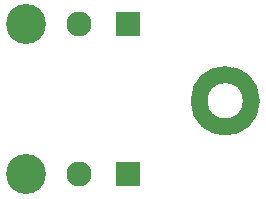
<source format=gbs>
G04*
G04 #@! TF.GenerationSoftware,Altium Limited,Altium Designer,20.0.10 (225)*
G04*
G04 Layer_Color=16711935*
%FSLAX25Y25*%
%MOIN*%
G70*
G01*
G75*
%ADD19C,0.05500*%
%ADD23R,0.08300X0.08300*%
%ADD24C,0.08300*%
%ADD25C,0.13300*%
D19*
X215732Y172500D02*
G03*
X215732Y172500I-8732J0D01*
G01*
D23*
X174500Y148000D02*
D03*
Y198000D02*
D03*
D24*
X158201Y148000D02*
D03*
Y198000D02*
D03*
D25*
X140700Y148000D02*
D03*
Y198000D02*
D03*
M02*

</source>
